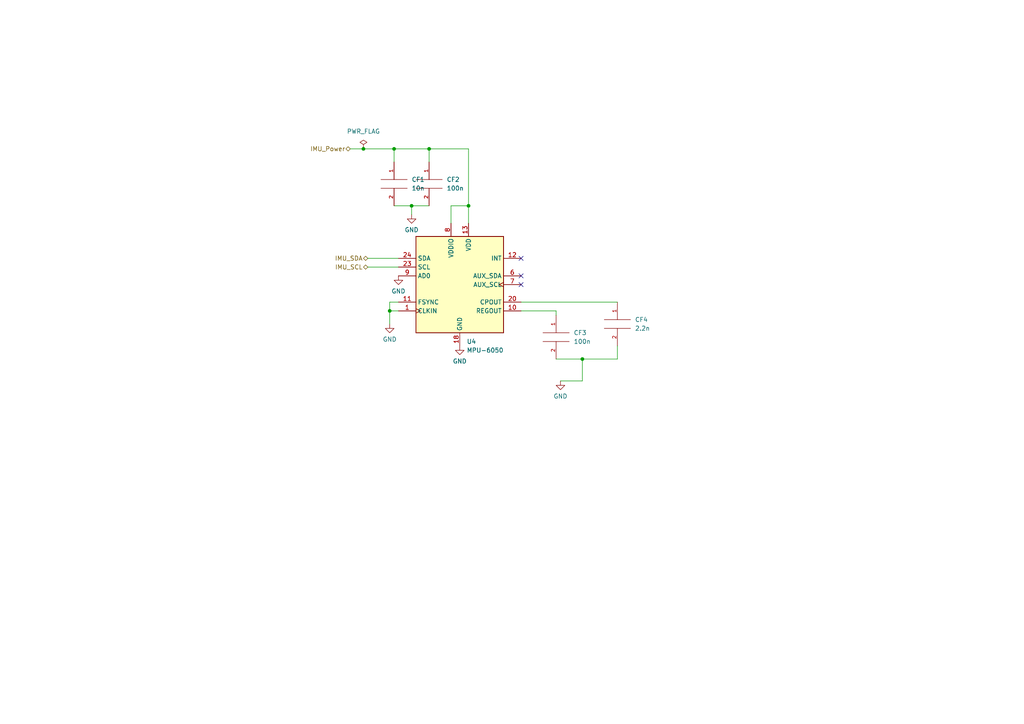
<source format=kicad_sch>
(kicad_sch (version 20211123) (generator eeschema)
  (paper "A4")
  (title_block (title "AOCS BOARD") (company "Parikshit Student Satellite Team"))
  (lib_symbols
    (symbol "Sensor_Motion:MPU-6050"
      (property "Reference" "U" (at -11.43 13.97 0))
      (property "Value" "MPU-6050" (at 7.62 -15.24 0))
      (symbol "MPU-6050_0_0"
        (text "" (at 12.7 -2.54 0) (effects (font (size 1.27 1.27))))
      )
      (symbol "MPU-6050_0_1"
        (rectangle (start -12.7 13.97) (end 12.7 -13.97) (stroke (width 0.254)) (fill (type background)))
      )
      (symbol "MPU-6050_1_1"
        (pin input clock (at -17.78 -7.62 0) (length 5.08) (name "CLKIN") (number "1"))
        (pin passive line (at 17.78 -7.62 180) (length 5.08) (name "REGOUT") (number "10"))
        (pin input line (at -17.78 -5.08 0) (length 5.08) (name "FSYNC") (number "11"))
        (pin output line (at 17.78 7.62 180) (length 5.08) (name "INT") (number "12"))
        (pin power_in line (at 2.54 17.78 270) (length 3.81) (name "VDD") (number "13"))
        (pin no_connect line (at -12.7 -10.16 0) (length 2.54) hide (name "NC") (number "14"))
        (pin no_connect line (at 12.7 12.7 180) (length 2.54) hide (name "NC") (number "15"))
        (pin no_connect line (at 12.7 10.16 180) (length 2.54) hide (name "NC") (number "16"))
        (pin no_connect line (at 12.7 5.08 180) (length 2.54) hide (name "NC") (number "17"))
        (pin power_in line (at 0 -17.78 90) (length 3.81) (name "GND") (number "18"))
        (pin no_connect line (at 12.7 -10.16 180) (length 2.54) hide (name "NC") (number "19"))
        (pin no_connect line (at -12.7 12.7 0) (length 2.54) hide (name "NC") (number "2"))
        (pin passive line (at 17.78 -5.08 180) (length 5.08) (name "CPOUT") (number "20"))
        (pin no_connect line (at 12.7 -2.54 180) (length 2.54) hide (name "NC") (number "21"))
        (pin no_connect line (at 12.7 -12.7 180) (length 2.54) hide (name "NC") (number "22"))
        (pin input line (at -17.78 5.08 0) (length 5.08) (name "SCL") (number "23"))
        (pin bidirectional line (at -17.78 7.62 0) (length 5.08) (name "SDA") (number "24"))
        (pin no_connect line (at -12.7 10.16 0) (length 2.54) hide (name "NC") (number "3"))
        (pin no_connect line (at -12.7 0 0) (length 2.54) hide (name "NC") (number "4"))
        (pin no_connect line (at -12.7 -2.54 0) (length 2.54) hide (name "NC") (number "5"))
        (pin bidirectional line (at 17.78 2.54 180) (length 5.08) (name "AUX_SDA") (number "6"))
        (pin output clock (at 17.78 0 180) (length 5.08) (name "AUX_SCL") (number "7"))
        (pin power_in line (at -2.54 17.78 270) (length 3.81) (name "VDDIO") (number "8"))
        (pin input line (at -17.78 2.54 0) (length 5.08) (name "AD0") (number "9"))
      )
    )
    (symbol "power:PWR_FLAG" (power) (pin_numbers hide) (pin_names (offset 0) hide)
      (property "Value" "PWR_FLAG" (at 0 3.81 0))
      (symbol "PWR_FLAG_0_0"
        (pin power_out line (at 0 0 90) (length 0) (name "pwr") (number "1"))
      )
      (symbol "PWR_FLAG_0_1"
        (polyline (pts (xy 0 0) (xy 0 1.27) (xy -1.016 1.905) (xy 0 2.54) (xy 1.016 1.905) (xy 0 1.27)))
      )
    )
    (symbol "pspice:C" (pin_names (offset 0.254))
      (property "Reference" "C" (at 2.54 3.81 90))
      (property "Value" "C" (at 2.54 -3.81 90))
      (symbol "C_0_1"
        (polyline (pts (xy -3.81 -1.27) (xy 3.81 -1.27)))
        (polyline (pts (xy -3.81 1.27) (xy 3.81 1.27)))
      )
      (symbol "C_1_1"
        (pin passive line (at 0 6.35 270) (length 5.08) (name "~") (number "1"))
        (pin passive line (at 0 -6.35 90) (length 5.08) (name "~") (number "2"))
      )
    )
    (symbol "upsat-comms-hardware:GND" (power) (pin_names (offset 0))
      (property "Value" "GND" (at 0 -3.81 0))
      (symbol "GND_0_1"
        (polyline (pts (xy 0 0) (xy 0 -1.27) (xy 1.27 -1.27) (xy 0 -2.54) (xy -1.27 -1.27) (xy 0 -1.27)))
      )
      (symbol "GND_1_1"
        (pin power_in line (at 0 0 270) (length 0) hide (name "GND") (number "1"))
      )
    )
  )
  (junction (at 113.03 90.17))
  (junction (at 114.3 43.18))
  (junction (at 135.89 59.69))
  (junction (at 105.41 43.18))
  (junction (at 119.38 59.69))
  (junction (at 124.46 43.18))
  (junction (at 168.91 104.14))
  (no_connect (at 151.13 82.55))
  (no_connect (at 151.13 74.93))
  (no_connect (at 151.13 80.01))
  (wire (pts (xy 114.3 43.18) (xy 114.3 46.99)))
  (wire (pts (xy 113.03 87.63) (xy 113.03 90.17)))
  (wire (pts (xy 113.03 90.17) (xy 113.03 93.98)))
  (wire (pts (xy 114.3 59.69) (xy 119.38 59.69)))
  (wire (pts (xy 168.91 104.14) (xy 168.91 110.49)))
  (wire (pts (xy 114.3 43.18) (xy 124.46 43.18)))
  (wire (pts (xy 119.38 59.69) (xy 124.46 59.69)))
  (wire (pts (xy 135.89 43.18) (xy 124.46 43.18)))
  (wire (pts (xy 179.07 104.14) (xy 179.07 100.33)))
  (wire (pts (xy 135.89 59.69) (xy 135.89 43.18)))
  (wire (pts (xy 106.68 77.47) (xy 115.57 77.47)))
  (wire (pts (xy 101.6 43.18) (xy 105.41 43.18)))
  (wire (pts (xy 130.81 59.69) (xy 135.89 59.69)))
  (wire (pts (xy 113.03 90.17) (xy 115.57 90.17)))
  (wire (pts (xy 105.41 43.18) (xy 114.3 43.18)))
  (wire (pts (xy 151.13 87.63) (xy 179.07 87.63)))
  (wire (pts (xy 119.38 59.69) (xy 119.38 62.23)))
  (wire (pts (xy 124.46 46.99) (xy 124.46 43.18)))
  (wire (pts (xy 130.81 64.77) (xy 130.81 59.69)))
  (wire (pts (xy 135.89 64.77) (xy 135.89 59.69)))
  (wire (pts (xy 161.29 104.14) (xy 168.91 104.14)))
  (wire (pts (xy 162.56 110.49) (xy 168.91 110.49)))
  (wire (pts (xy 115.57 87.63) (xy 113.03 87.63)))
  (wire (pts (xy 161.29 90.17) (xy 161.29 91.44)))
  (wire (pts (xy 161.29 90.17) (xy 151.13 90.17)))
  (wire (pts (xy 106.68 74.93) (xy 115.57 74.93)))
  (wire (pts (xy 168.91 104.14) (xy 179.07 104.14)))
  (hierarchical_label "IMU_SDA" (shape bidirectional) (at 106.68 74.93 180))
  (hierarchical_label "IMU_Power" (shape bidirectional) (at 101.6 43.18 180))
  (hierarchical_label "IMU_SCL" (shape bidirectional) (at 106.68 77.47 180))
  (symbol (lib_id "pspice:C") (at 161.29 97.79 0) (unit 1)
    (property "Reference" "CF3" (at 166.37 96.5199 0) (effects (justify left)))
    (property "Value" "100n" (at 166.37 99.0599 0) (effects (justify left)))
  )
  (symbol (lib_id "pspice:C") (at 114.3 53.34 0) (unit 1)
    (property "Reference" "CF1" (at 119.38 52.0699 0) (effects (justify left)))
    (property "Value" "10n" (at 119.38 54.6099 0) (effects (justify left)))
  )
  (symbol (lib_id "upsat-comms-hardware:GND") (at 162.56 110.49 0) (unit 1)
    (property "Reference" "#PWR0163" (effects hide))
    (property "Value" "GND" (at 162.56 114.935 0))
  )
  (symbol (lib_id "pspice:C") (at 124.46 53.34 0) (unit 1)
    (property "Reference" "CF2" (at 129.54 52.0699 0) (effects (justify left)))
    (property "Value" "100n" (at 129.54 54.6099 0) (effects (justify left)))
  )
  (symbol (lib_id "power:PWR_FLAG") (at 105.41 43.18 0) (unit 1)
    (property "Reference" "#FLG0105" (effects hide))
    (property "Value" "PWR_FLAG" (at 105.41 38.1 0))
  )
  (symbol (lib_id "upsat-comms-hardware:GND") (at 113.03 93.98 0) (unit 1)
    (property "Reference" "#PWR0166" (effects hide))
    (property "Value" "GND" (at 113.03 98.425 0))
  )
  (symbol (lib_id "upsat-comms-hardware:GND") (at 115.57 80.01 0) (unit 1)
    (property "Reference" "#PWR0165" (effects hide))
    (property "Value" "GND" (at 115.57 84.455 0))
  )
  (symbol (lib_id "pspice:C") (at 179.07 93.98 0) (unit 1)
    (property "Reference" "CF4" (at 184.15 92.7099 0) (effects (justify left)))
    (property "Value" "2.2n" (at 184.15 95.2499 0) (effects (justify left)))
  )
  (symbol (lib_id "upsat-comms-hardware:GND") (at 119.38 62.23 0) (unit 1)
    (property "Reference" "#PWR0162" (effects hide))
    (property "Value" "GND" (at 119.38 66.675 0))
  )
  (symbol (lib_id "upsat-comms-hardware:GND") (at 133.35 100.33 0) (unit 1)
    (property "Reference" "#PWR0164" (effects hide))
    (property "Value" "GND" (at 133.35 104.775 0))
  )
  (symbol (lib_id "Sensor_Motion:MPU-6050") (at 133.35 82.55 0) (unit 1)
    (property "Reference" "U4" (at 135.3694 99.06 0) (effects (justify left)))
    (property "Value" "MPU-6050" (at 135.3694 101.6 0) (effects (justify left)))
    (property "Footprint" "Sensor_Motion:InvenSense_QFN-24_4x4mm_P0.5mm" (effects hide))
    (property "Datasheet" "https://store.invensense.com/datasheets/invensense/MPU-6050_DataSheet_V3%204.pdf" (effects hide))
  )
)
</source>
